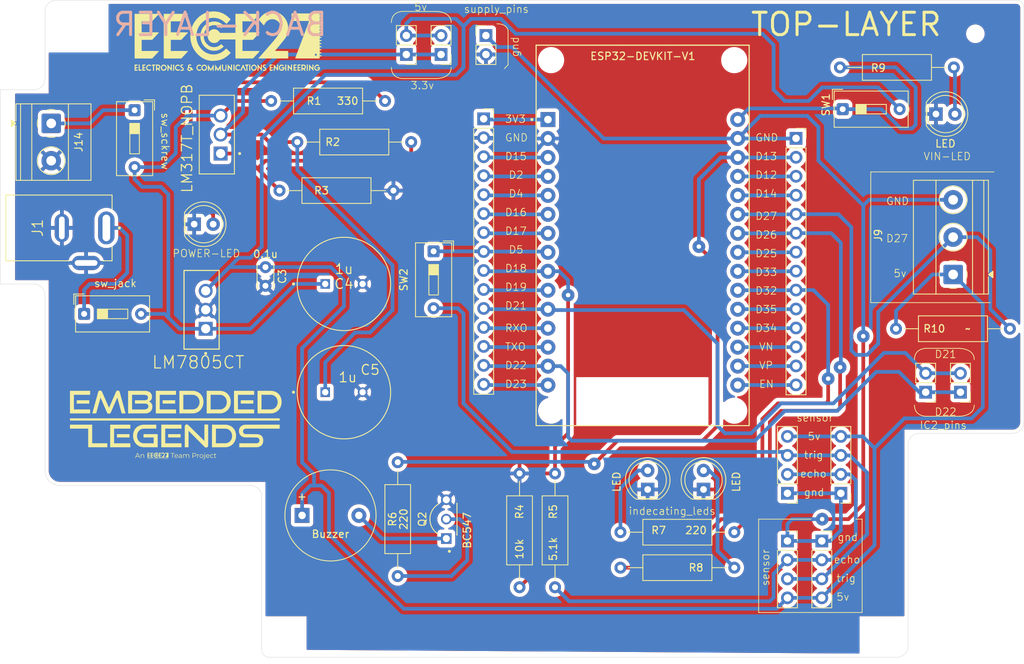
<source format=kicad_pcb>
(kicad_pcb (version 20241229) (generator "pcbnew") (generator_version "9.0")
  (layers (0 "F.Cu" signal) (2 "B.Cu" signal) (13 "F.Paste" user) (15 "B.Paste" user) (5 "F.SilkS" user "F.Silkscreen") (7 "B.SilkS" user "B.Silkscreen") (1 "F.Mask" user) (3 "B.Mask" user) (25 "Edge.Cuts" user))
  (net 0 "")
  (net 1 "5v")
  (net 2 "buz")
  (net 3 "3.3v")
  (net 4 "12v")
  (net 5 "Net-(D1-A)")
  (net 6 "D26")
  (net 7 "Net-(D2-A)")
  (net 8 "D27")
  (net 9 "EN")
  (net 10 "D14")
  (net 11 "D12")
  (net 12 "D33")
  (net 13 "D35")
  (net 14 "D32")
  (net 15 "D34")
  (net 16 "VP")
  (net 17 "D13")
  (net 18 "VN")
  (net 19 "D25")
  (net 20 "D15")
  (net 21 "D4")
  (net 22 "D23")
  (net 23 "D5")
  (net 24 "D19")
  (net 25 "3V3")
  (net 26 "D18")
  (net 27 "D17")
  (net 28 "D22")
  (net 29 "RXO")
  (net 30 "D16")
  (net 31 "D21")
  (net 32 "TXO")
  (net 33 "D2")
  (net 34 "ECHO")
  (net 35 "B")
  (net 36 "Net-(D4-A)")
  (net 37 "Net-(D3-A)")
  (net 38 "sw3")
  (net 39 "sw4")
  (net 40 "sw2")
  (net 41 "ADJ")
  (net 42 "esp_gnd_1")
  (net 43 "sw1")
  (net 44 "esp_gnd_2")
  (footprint "Connector_PinSocket_2.54mm:PinSocket_1x04_P2.54mm_Vertical" (layer "F.Cu") (at 146.85 102.92)
    (property "Reference" "J12" (hide yes))
    (property "Value" "Conn_01x04_Socket" (hide yes))
  )
  (footprint "Connector_PinHeader_2.54mm:PinHeader_1x04_P2.54mm_Vertical" (layer "F.Cu") (at 154 96.54 180)
    (property "Reference" "J6" (hide yes))
    (property "Value" "Conn_01x04" (hide yes))
  )
  (footprint "Capacitor_THT:C_Disc_D3.0mm_W2.0mm_P2.50mm" (layer "F.Cu") (at 77 66.25 -90)
    (property "Reference" "C3")
    (property "Value" "0.1u")
  )
  (footprint "LED_THT:LED_D5.0mm" (layer "F.Cu") (at 67.46 60.5)
    (property "Reference" "D1" (hide yes))
    (property "Value" "LED")
  )
  (footprint "LM7805CT_NOPB:TO254P1054X470X2600-3" (layer "F.Cu") (at 69 74.5 90)
    (property "Reference" "Q1" (hide yes))
    (property "Value" "LM7805CT")
  )
  (footprint "Resistor_THT:R_Axial_DIN0309_L9.0mm_D3.2mm_P15.24mm_Horizontal" (layer "F.Cu") (at 94.7 92.38 -90)
    (property "Reference" "R6")
    (property "Value" "220")
  )
  (footprint "LED_THT:LED_D5.0mm" (layer "F.Cu") (at 128.15 96.025 90)
    (property "Reference" "D2" (hide yes))
    (property "Value" "LED")
  )
  (footprint "Button_Switch_THT:SW_DIP_SPSTx01_Slide_9.78x4.72mm_W7.62mm_P2.54mm" (layer "F.Cu") (at 59.4875 45.2325 -90)
    (property "Reference" "SW4" (hide yes))
    (property "Value" "SW_DIP_x01" (hide yes))
  )
  (footprint "Connector_PinHeader_2.54mm:PinHeader_1x04_P2.54mm_Vertical" (layer "F.Cu") (at 146.85 96.54 180)
    (property "Reference" "J7" (hide yes))
    (property "Value" "Conn_01x04" (hide yes))
  )
  (footprint "TerminalBlock_Phoenix:TerminalBlock_Phoenix_MKDS-1,5-2_1x02_P5.00mm_Horizontal" (layer "F.Cu") (at 48.3275 47 -90)
    (property "Reference" "J14")
    (property "Value" "Screw_Terminal_01x02" (hide yes))
  )
  (footprint "Connector_PinSocket_2.54mm:PinSocket_1x14_P2.54mm_Vertical" (layer "F.Cu") (at 148 49)
    (property "Reference" "J2" (hide yes))
    (property "Value" "Conn_01x14_Socket" (hide yes))
  )
  (footprint "Resistor_THT:R_Axial_DIN0309_L9.0mm_D3.2mm_P15.24mm_Horizontal" (layer "F.Cu") (at 124.5 101.75)
    (property "Reference" "R7")
    (property "Value" "220")
  )
  (footprint "Connector_PinHeader_2.54mm:PinHeader_1x02_P2.54mm_Vertical" (layer "F.Cu") (at 165.35 83 180)
    (property "Reference" "J5" (hide yes))
    (property "Value" "Conn_01x02" (hide yes))
  )
  (footprint "LED_THT:LED_D5.0mm" (layer "F.Cu") (at 166.725 45.75)
    (property "Reference" "D4" (hide yes))
    (property "Value" "LED")
  )
  (footprint "Button_Switch_THT:SW_DIP_SPSTx01_Slide_9.78x4.72mm_W7.62mm_P2.54mm" (layer "F.Cu") (at 99.5 64.135 -90)
    (property "Reference" "SW2")
    (property "Value" "SW_DIP_x01")
  )
  (footprint "MountingHole:MountingHole_2mm" (layer "F.Cu") (at 172 35)
    (property "Reference" "REF**" (hide yes))
    (property "Value" "MountingHole_2mm")
  )
  (footprint "Resistor_THT:R_Axial_DIN0309_L9.0mm_D3.2mm_P15.24mm_Horizontal" (layer "F.Cu") (at 81.26 49.5)
    (property "Reference" "R2")
    (property "Value" "10k" (hide yes))
  )
  (footprint "Connector_PinHeader_2.54mm:PinHeader_1x02_P2.54mm_Vertical" (layer "F.Cu") (at 100.5 37.775 180)
    (property "Reference" "J10" (hide yes))
    (property "Value" "Conn_01x02" (hide yes))
  )
  (footprint "Connector_PinHeader_2.54mm:PinHeader_1x02_P2.54mm_Vertical" (layer "F.Cu") (at 95.85 37.775 180)
    (property "Reference" "J11" (hide yes))
    (property "Value" "Conn_01x02" (hide yes))
  )
  (footprint "Resistor_THT:R_Axial_DIN0309_L9.0mm_D3.2mm_P15.24mm_Horizontal" (layer "F.Cu") (at 161.38 74.5)
    (property "Reference" "R10")
    (property "Value" "~")
  )
  (footprint "478CKS010M:CAPPRD500W60D1330H2700" (layer "F.Cu") (at 87.5 83)
    (property "Reference" "C5")
    (property "Value" "1u")
  )
  (footprint "Resistor_THT:R_Axial_DIN0309_L9.0mm_D3.2mm_P15.24mm_Horizontal" (layer "F.Cu") (at 115.75 109.12 90)
    (property "Reference" "R5")
    (property "Value" "5.1k")
  )
  (footprint "Resistor_THT:R_Axial_DIN0309_L9.0mm_D3.2mm_P15.24mm_Horizontal" (layer "F.Cu") (at 78.88 56)
    (property "Reference" "R3")
    (property "Value" "16.4k" (hide yes))
  )
  (footprint "Resistor_THT:R_Axial_DIN0309_L9.0mm_D3.2mm_P15.24mm_Horizontal" (layer "F.Cu") (at 124.5 106.5)
    (property "Reference" "R8")
    (property "Value" "R")
  )
  (footprint "Connector_PinHeader_2.54mm:PinHeader_1x02_P2.54mm_Vertical" (layer "F.Cu") (at 106.5 35.235)
    (property "Reference" "J3" (hide yes))
    (property "Value" "Conn_01x02" (hide yes))
  )
  (footprint "BC547_footprint:TO92260P476H877-3" (layer "F.Cu") (at 101.2 100 90)
    (property "Reference" "Q2")
    (property "Value" "BC547")
  )
  (footprint "Connector_PinSocket_2.54mm:PinSocket_1x15_P2.54mm_Vertical" (layer "F.Cu") (at 106.2 46.385)
    (property "Reference" "J8" (hide yes))
    (property "Value" "Conn_01x15_Socket" (hide yes))
  )
  (footprint "478CKS010M:CAPPRD500W60D1330H2700" (layer "F.Cu") (at 87.5 68.5)
    (property "Reference" "C4")
    (property "Value" "1u")
  )
  (footprint "ESP32-DEVKIT-V1:MODULE_ESP32_DEVKIT_V1" (layer "F.Cu") (at 127.5 62)
    (property "Reference" "U3" (hide yes))
    (property "Value" "ESP32-DEVKIT-V1")
  )
  (footprint "dc jack foot print:MPD_EJ508A" (layer "F.Cu") (at 53 61 -90)
    (property "Reference" "J1")
    (property "Value" "EJ508A" (hide yes))
  )
  (footprint "logo:logo_demo_2" (layer "F.Cu") (at 72 36)
    (property "Reference" "G***" (hide yes))
    (property "Value" "LOGO" (hide yes))
  )
  (footprint "Connector_PinSocket_2.54mm:PinSocket_1x04_P2.54mm_Vertical" (layer "F.Cu") (at 151.45 102.92)
    (property "Reference" "J13" (hide yes))
    (property "Value" "Conn_01x04_Socket" (hide yes))
  )
  (footprint "Resistor_THT:R_Axial_DIN0309_L9.0mm_D3.2mm_P15.24mm_Horizontal" (layer "F.Cu") (at 77.76 44)
    (property "Reference" "R1")
    (property "Value" "330")
  )
  (footprint "MountingHole:MountingHole_2mm" (layer "F.Cu") (at 80 115.5)
    (property "Reference" "REF**" (hide yes))
    (property "Value" "MountingHole_2mm")
  )
  (footprint "Resistor_THT:R_Axial_DIN0309_L9.0mm_D3.2mm_P15.24mm_Horizontal" (layer "F.Cu") (at 111 109.12 90)
    (property "Reference" "R4")
    (property "Value" "10k")
  )
  (footprint "Resistor_THT:R_Axial_DIN0309_L9.0mm_D3.2mm_P15.24mm_Horizontal" (layer "F.Cu") (at 153.88 39.5)
    (property "Reference" "R9")
    (property "Value" "R")
  )
  (footprint "MountingHole:MountingHole_2mm" (layer "F.Cu") (at 53.5 35)
    (property "Reference" "REF**" (hide yes))
    (property "Value" "MountingHole_2mm")
  )
  (footprint "LED_THT:LED_D5.0mm" (layer "F.Cu") (at 135.62 96.025 90)
    (property "Reference" "D3" (hide yes))
    (property "Value" "LED")
  )
  (footprint "LM317T_NOPB:TO254P1054X470X1955-3" (layer "F.Cu") (at 71 48.5 90)
    (property "Reference" "VR1" (hide yes))
    (property "Value" "LM317T_NOPB")
  )
  (footprint "Connector_PinHeader_2.54mm:PinHeader_1x02_P2.54mm_Vertical" (layer "F.Cu") (at 170 83 180)
    (property "Reference" "J4" (hide yes))
    (property "Value" "Conn_01x02" (hide yes))
  )
  (footprint "logo:logo_demo_3" (layer "F.Cu") (at 65 87.5)
    (property "Reference" "G***" (hide yes))
    (property "Value" "LOGO" (hide yes))
  )
  (footprint "Buzzer_Beeper:Buzzer_12x9.5RM7.6" (layer "F.Cu") (at 81.9 99.5)
    (property "Reference" "BZ1" (hide yes))
    (property "Value" "Buzzer")
  )
  (footprint "Button_Switch_THT:SW_DIP_SPSTx01_Slide_9.78x4.72mm_W7.62mm_P2.54mm" (layer "F.Cu") (at 154.245 45.095)
    (property "Reference" "SW1")
    (property "Value" "SW_DIP_x01")
  )
  (footprint "Button_Switch_THT:SW_DIP_SPSTx01_Slide_9.78x4.72mm_W7.62mm_P2.54mm" (layer "F.Cu") (at 52.7325 72.5125)
    (property "Reference" "SW3" (hide yes))
    (property "Value" "SW_DIP_x01" (hide yes))
  )
  (footprint "MountingHole:MountingHole_2mm" (layer "F.Cu") (at 159 115.5)
    (property "Reference" "REF**" (hide yes))
    (property "Value" "MountingHole_2mm")
  )
  (footprint "TerminalBlock_Phoenix:TerminalBlock_Phoenix_MKDS-1,5-3_1x03_P5.00mm_Horizontal" (layer "F.Cu") (at 169.025 67.235 90)
    (property "Reference" "J9")
    (property "Value" "Screw_Terminal_01x03")
  )
  (gr_line (start 109.47 34.66) (end 109.47 39.16) (stroke (width 0.1)) (layer "F.SilkS"))
  (gr_line (start 156.85 100) (end 156 100) (stroke (width 0.1)) (layer "F.SilkS"))
  (gr_line (start 174 71) (end 158 71) (stroke (width 0.1)) (layer "F.SilkS"))
  (gr_line (start 143 100) (end 150 100) (stroke (width 0.1)) (layer "F.SilkS"))
  (gr_line (start 158 53.5) (end 174.5 53.5) (stroke (width 0.1)) (layer "F.SilkS"))
  (gr_line (start 143 100) (end 143 112.5) (stroke (width 0.1)) (layer "F.SilkS"))
  (gr_curve (pts (xy 93.85 39.5) (xy 93.85 41) (xy 95.35 41) (xy 95.35 41)) (stroke (width 0.1)) (layer "F.SilkS"))
  (gr_curve (pts (xy 108.97 39.66) (xy 109.47 39.16) (xy 109.47 39.16) (xy 109.47 39.16)) (stroke (width 0.1)) (layer "F.SilkS"))
  (gr_curve (pts (xy 101.85 39.5) (xy 101.85 41) (xy 99.85 41) (xy 99.85 41)) (stroke (width 0.1)) (layer "F.SilkS"))
  (gr_curve (pts (xy 171.85 84.725) (xy 171.85 86.225) (xy 169.85 86.225) (xy 169.85 86.225)) (stroke (width 0.1)) (layer "F.SilkS"))
  (gr_curve (pts (xy 101.85 33.5) (xy 101.85 32) (xy 99.85 32) (xy 99.85 32)) (stroke (width 0.1)) (layer "F.SilkS"))
  (gr_curve (pts (xy 163.85 84.725) (xy 163.85 86.225) (xy 165.35 86.225) (xy 165.35 86.225)) (stroke (width 0.1)) (layer "F.SilkS"))
  (gr_line (start 169.85 86.225) (end 165.35 86.225) (stroke (width 0.1)) (layer "F.SilkS"))
  (gr_curve (pts (xy 171.85 78.63) (xy 171.85 77.13) (xy 169.85 77.13) (xy 169.85 77.13)) (stroke (width 0.1)) (layer "F.SilkS"))
  (gr_line (start 158 71) (end 158 53.5) (stroke (width 0.1)) (layer "F.SilkS"))
  (gr_line (start 99.85 41) (end 95.35 41) (stroke (width 0.1)) (layer "F.SilkS"))
  (gr_line (start 169.85 77.13) (end 165.35 77.13) (stroke (width 0.1)) (layer "F.SilkS"))
  (gr_line (start 99.85 32) (end 95.35 32) (stroke (width 0.1)) (layer "F.SilkS"))
  (gr_curve (pts (xy 93.85 33.5) (xy 93.85 32) (xy 95.35 32) (xy 95.35 32)) (stroke (width 0.1)) (layer "F.SilkS"))
  (gr_curve (pts (xy 163.85 78.63) (xy 163.85 77.13) (xy 165.35 77.13) (xy 165.35 77.13)) (stroke (width 0.1)) (layer "F.SilkS"))
  (gr_line (start 143 112.5) (end 156.85 112.5) (stroke (width 0.1)) (layer "F.SilkS"))
  (gr_curve (pts (xy 107.97 33.66) (xy 109.47 33.66) (xy 109.47 34.66) (xy 109.47 34.66)) (stroke (width 0.1)) (layer "F.SilkS"))
  (gr_line (start 156.85 112.5) (end 156.85 100) (stroke (width 0.1)) (layer "F.SilkS"))
  (gr_arc (start 46 68.5) (mid 47.06066 68.93934) (end 47.5 70) (stroke (width 0.05)) (layer "Edge.Cuts"))
  (gr_arc (start 47.5 32) (mid 47.93934 30.93934) (end 49 30.5) (stroke (width 0.05)) (layer "Edge.Cuts"))
  (gr_arc (start 77.5 118.5) (mid 76.792893 118.207107) (end 76.5 117.5) (stroke (width 0.05)) (layer "Edge.Cuts"))
  (gr_line (start 76.5 114.5) (end 76.5 117.5) (stroke (width 0.05)) (layer "Edge.Cuts"))
  (gr_line (start 156.5 118.5) (end 161.5 118.5) (stroke (width 0.05)) (layer "Edge.Cuts"))
  (gr_line (start 77.5 118.5) (end 156.5 118.5) (stroke (width 0.05)) (layer "Edge.Cuts"))
  (gr_line (start 76.5 97) (end 76.5 114.5) (stroke (width 0.05)) (layer "Edge.Cuts"))
  (gr_line (start 177.5 30.5) (end 49 30.5) (stroke (width 0.05)) (layer "Edge.Cuts"))
  (gr_line (start 46 68.5) (end 41.5 68.5) (stroke (width 0.05)) (layer "Edge.Cuts"))
  (gr_arc (start 178.5 87) (mid 178.06066 88.06066) (end 177 88.5) (stroke (width 0.05)) (layer "Edge.Cuts"))
  (gr_arc (start 163 117) (mid 162.56066 118.06066) (end 161.5 118.5) (stroke (width 0.05)) (layer "Edge.Cuts"))
  (gr_line (start 49.5 95.5) (end 75 95.5) (stroke (width 0.05)) (layer "Edge.Cuts"))
  (gr_arc (start 163 90) (mid 163.43934 88.93934) (end 164.5 88.5) (stroke (width 0.05)) (layer "Edge.Cuts"))
  (gr_arc (start 47.5 41) (mid 47.06066 42.06066) (end 46 42.5) (stroke (width 0.05)) (layer "Edge.Cuts"))
  (gr_arc (start 177.5 30.5) (mid 178.207107 30.792893) (end 178.5 31.5) (stroke (width 0.05)) (layer "Edge.Cuts"))
  (gr_line (start 164.5 88.5) (end 177 88.5) (stroke (width 0.05)) (layer "Edge.Cuts"))
  (gr_line (start 163 117) (end 163 90) (stroke (width 0.05)) (layer "Edge.Cuts"))
  (gr_line (start 41.5 42.5) (end 46 42.5) (stroke (width 0.05)) (layer "Edge.Cuts"))
  (gr_line (start 178.5 87) (end 178.5 31.5) (stroke (width 0.05)) (layer "Edge.Cuts"))
  (gr_line (start 41.5 68.5) (end 41.5 42.5) (stroke (width 0.05)) (layer "Edge.Cuts"))
  (gr_line (start 47.5 41) (end 47.5 32) (stroke (width 0.05)) (layer "Edge.Cuts"))
  (gr_arc (start 49.5 95.5) (mid 48.085786 94.914214) (end 47.5 93.5) (stroke (width 0.05)) (layer "Edge.Cuts"))
  (gr_line (start 47.5 93.5) (end 47.5 70) (stroke (width 0.05)) (layer "Edge.Cuts"))
  (gr_arc (start 75 95.5) (mid 76.06066 95.93934) (end 76.5 97) (stroke (width 0.05)) (layer "Edge.Cuts"))
  (gr_text "D14" (at 142.5 57 0) (layer "F.SilkS") (effects (font (size 1 1) (thickness 0.1)) (justify left bottom)))
  (gr_text "RXO" (at 109 75 0) (layer "F.SilkS") (effects (font (size 1 1) (thickness 0.1)) (justify left bottom)))
  (gr_text "D33" (at 142.5 67.5 0) (layer "F.SilkS") (effects (font (size 1 1) (thickness 0.1)) (justify left bottom)))
  (gr_text "gnd" (at 153.5 103 0) (layer "F.SilkS") (effects (font (size 1 1) (thickness 0.1)) (justify left bottom)))
  (gr_text "D18" (at 109 67 0) (layer "F.SilkS") (effects (font (size 1 1) (thickness 0.1)) (justify left bottom)))
  (gr_text "D27" (at 160 63 0) (layer "F.SilkS") (effects (font (size 1 1) (thickness 0.1)) (justify left bottom)))
  (gr_text "D22" (at 109 80 0) (layer "F.SilkS") (effects (font (size 1 1) (thickness 0.1)) (justify left bottom)))
  (gr_text "POWER-LED" (at 64.5 65 0) (layer "F.SilkS") (effects (font (size 1 1) (thickness 0.1)) (justify left bottom)))
  (gr_text "D4" (at 109.5 57 0) (layer "F.SilkS") (effects (font (size 1 1) (thickness 0.1)) (justify left bottom)))
  (gr_text "D21" (at 166.5 78.5 0) (layer "F.SilkS") (effects (font (size 1 1) (thickness 0.1)) (justify left bottom)))
  (gr_text "gnd" (at 110.97 38.16 90) (layer "F.SilkS") (effects (font (size 1 1) (thickness 0.1)) (justify left bottom)))
  (gr_text "D35" (at 142.5 72.5 0) (layer "F.SilkS") (effects (font (size 1 1) (thickness 0.1)) (justify left bottom)))
  (gr_text "GND" (at 109 49.5 0) (layer "F.SilkS") (effects (font (size 1 1) (thickness 0.1)) (justify left bottom)))
  (gr_text "D26" (at 142.5 62.5 0) (layer "F.SilkS") (effects (font (size 1 1) (thickness 0.1)) (justify left bottom)))
  (gr_text "3.3v" (at 96.35 42.5 0) (layer "F.SilkS") (effects (font (size 1 1) (thickness 0.1)) (justify left bottom)))
  (gr_text "indecating_leds" (at 125.54 99.5 0) (layer "F.SilkS") (effects (font (size 1 1) (thickness 0.1)) (justify left bottom)))
  (gr_text "5v" (at 149.5 89.5 0) (layer "F.SilkS") (effects (font (size 1 1) (thickness 0.1)) (justify left bottom)))
  (gr_text "D21" (at 109 72 0) (layer "F.SilkS") (effects (font (size 1 1) (thickness 0.1)) (justify left bottom)))
  (gr_text "D23" (at 109 82.5 0) (layer "F.SilkS") (effects (font (size 1 1) (thickness 0.1)) (justify left bottom)))
  (gr_text "GND" (at 160 58 0) (layer "F.SilkS") (effects (font (size 1 1) (thickness 0.1)) (justify left bottom)))
  (gr_text "D34" (at 142.5 75 0) (layer "F.SilkS") (effects (font (size 1 1) (thickness 0.1)) (justify left bottom)))
  (gr_text "gnd" (at 149 97 0) (layer "F.SilkS") (effects (font (size 1 1) (thickness 0.1)) (justify left bottom)))
  (gr_text "D16" (at 109 59.5 0) (layer "F.SilkS") (effects (font (size 1 1) (thickness 0.1)) (justify left bottom)))
  (gr_text "sw_jack" (at 54 69 0) (layer "F.SilkS") (effects (font (size 1 1) (thickness 0.125)) (justify left bottom)))
  (gr_text "5v" (at 153.35 111 0) (layer "F.SilkS") (effects (font (size 1 1) (thickness 0.1)) (justify left bottom)))
  (gr_text "sw_sckrew" (at 63 45.5 270) (layer "F.SilkS") (effects (font (size 1 1) (thickness 0.125)) (justify left bottom)))
  (gr_text "D17" (at 109 62 0) (layer "F.SilkS") (effects (font (size 1 1) (thickness 0.1)) (justify left bottom)))
  (gr_text "IC2_pins" (at 164.5 88 0) (layer "F.SilkS") (effects (font (size 1 1) (thickness 0.1)) (justify left bottom)))
  (gr_text "EN" (at 143 82.5 0) (layer "F.SilkS") (effects (font (size 1 1) (thickness 0.1)) (justify left bottom)))
  (gr_text "sensor" (at 148 87 0) (layer "F.SilkS") (effects (font (size 1 1) (thickness 0.1)) (justify left bottom)))
  (gr_text "D12" (at 142.5 54.5 0) (layer "F.SilkS") (effects (font (size 1 1) (thickness 0.1)) (justify left bottom)))
  (gr_text "D13" (at 142.5 52 0) (layer "F.SilkS") (effects (font (size 1 1) (thickness 0.1)) (justify left bottom)))
  (gr_text "5v" (at 96.85 32 0) (layer "F.SilkS") (effects (font (size 1 1) (thickness 0.1)) (justify left bottom)))
  (gr_text "VIN-LED" (at 165 52 0) (layer "F.SilkS") (effects (font (size 1 1) (thickness 0.1)) (justify left bottom)))
  (gr_text "trig" (at 149 92 0) (layer "F.SilkS") (effects (font (size 1 1) (thickness 0.1)) (justify left bottom)))
  (gr_text "echo" (at 148.5 94.5 0) (layer "F.SilkS") (effects (font (size 1 1) (thickness 0.1)) (justify left bottom)))
  (gr_text "D27" (at 142.5 60 0) (layer "F.SilkS") (effects (font (size 1 1) (thickness 0.1)) (justify left bottom)))
  (gr_text "TXO" (at 109 77.5 0) (layer "F.SilkS") (effects (font (size 1 1) (thickness 0.1)) (justify left bottom)))
  (gr_text "supply_pins" (at 103.5 32.275 0) (layer "F.SilkS") (effects (font (size 1 1) (thickness 0.1)) (justify left bottom)))
  (gr_text "D15" (at 109 52 0) (layer "F.SilkS") (effects (font (size 1 1) (thickness 0.1)) (justify left bottom)))
  (gr_text "echo" (at 153 106 0) (layer "F.SilkS") (effects (font (size 1 1) (thickness 0.1)) (justify left bottom)))
  (gr_text "5v" (at 161 67.675 0) (layer "F.SilkS") (effects (font (size 1 1) (thickness 0.1)) (justify left bottom)))
  (gr_text "D2" (at 109.5 54.5 0) (layer "F.SilkS") (effects (font (size 1 1) (thickness 0.1)) (justify left bottom)))
  (gr_text "D5" (at 109.5 64.5 0) (layer "F.SilkS") (effects (font (size 1 1) (thickness 0.1)) (justify left bottom)))
  (gr_text "3V3" (at 109 47 0) (layer "F.SilkS") (effects (font (size 1 1) (thickness 0.1)) (justify left bottom)))
  (gr_text "VN" (at 143 77.5 0) (layer "F.SilkS") (effects (font (size 1 1) (thickness 0.1)) (justify left bottom)))
  (gr_text "trig" (at 153.35 108.5 0) (layer "F.SilkS") (effects (font (size 1 1) (thickness 0.1)) (justify left bottom)))
  (gr_text "D22" (at 166.5 86.225 0) (layer "F.SilkS") (effects (font (size 1 1) (thickness 0.1)) (justify left bottom)))
  (gr_text "TOP-LAYER" (at 141.73 35.5 0) (layer "F.SilkS") (effects (font (size 3 3) (thickness 0.4)) (justify left bottom)))
  (gr_text "D25" (at 142.5 65 0) (layer "F.SilkS") (effects (font (size 1 1) (thickness 0.1)) (justify left bottom)))
  (gr_text "D19" (at 109 69.5 0) (layer "F.SilkS") (effects (font (size 1 1) (thickness 0.1)) (justify left bottom)))
  (gr_text "VP" (at 143 80 0) (layer "F.SilkS") (effects (font (size 1 1) (thickness 0.1)) (justify left bottom)))
  (gr_text "GND" (at 142.5 49.5 0) (layer "F.SilkS") (effects (font (size 1 1) (thickness 0.1)) (justify left bottom)))
  (gr_text "D32" (at 142.5 70 0) (layer "F.SilkS") (effects (font (size 1 1) (thickness 0.1)) (justify left bottom)))
  (gr_text "sensor" (at 144.5 109 90) (layer "F.SilkS") (effects (font (size 1 1) (thickness 0.1)) (justify left bottom)))
  (gr_text "BACK-LAYER" (at 85.5 35.5 0) (layer "B.SilkS") (effects (font (size 3 3) (thickness 0.4)) (justify left bottom mirror)))
  (segment (start 151.5 42.1825) (end 149.6835 43.999) (width 0.5) (layer "B.Cu") (net 1))
  (segment (start 87.5 68) (end 85.75 66.25) (width 0.5) (layer "B.Cu") (net 1))
  (segment (start 96.5 33) (end 102.5 33) (width 0.5) (layer "B.Cu") (net 1))
  (segment (start 73.42 65) (end 69 69.42) (width 0.5) (layer "B.Cu") (net 1))
  (segment (start 95.5 112) (end 85.5 102) (width 0.5) (layer "B.Cu") (net 1))
  (segment (start 161.38 74.5) (end 161.38 72.12) (width 0.5) (layer "B.Cu") (net 1))
  (segment (start 85.5 102) (end 85.5 96.5) (width 0.5) (layer "B.Cu") (net 1))
  (segment (start 169.025 67.235) (end 173 71.21) (width 0.5) (layer "B.Cu") (net 1))
  (segment (start 166.265 67.235) (end 169.025 67.235) (width 0.5) (layer "B.Cu") (net 1))
  (segment (start 158.5 90.5) (end 156.92 88.92) (width 0.5) (layer "B.Cu") (net 1))
  (segment (start 145.39 112) (end 95.5 112) (width 0.5) (layer "B.Cu") (net 1))
  (segment (start 83.5 95.5) (end 83.5 94) (width 0.5) (layer "B.Cu") (net 1))
  (segment (start 143.5 35) (end 110.5 35) (width 0.5) (layer "B.Cu") (net 1))
  (segment (start 84.5 95.5) (end 83.5 95.5) (width 0.5) (layer "B.Cu") (net 1))
  (segment (start 81.9 96.6) (end 83 95.5) (width 0.5) (layer "B.Cu") (net 1))
  (segment (start 76.5 63.5) (end 75 65) (width 0.5) (layer "B.Cu") (net 1))
  (segment (start 85.75 66.25) (end 77 66.25) (width 0.5) (layer "B.Cu") (net 1))
  (segment (start 158.5 103.49) (end 158.5 90.5) (width 0.5) (layer "B.Cu") (net 1))
  (segment (start 81.9 99.5) (end 81.9 96.6) (width 0.5) (layer "B.Cu") (net 1))
  (segment (start 83.5 94) (end 81.9 92.4) (width 0.5) (layer "B.Cu") (net 1))
  (segment (start 145 36.5) (end 143.5 35) (width 0.5) (layer "B.Cu") (net 1))
  (segment (start 73.5 66.25) (end 77 66.25) (width 0.5) (layer "B.Cu") (net 1))
  (segment (start 173 85) (end 171.5 86.5) (width 0.5) (layer "B.Cu") (net 1))
  (segment (start 146.85 110.54) (end 145.39 112) (width 0.5) (layer "B.Cu") (net 1))
  (segment (start 145 42.5) (end 145 36.5) (width 0.5) (layer "B.Cu") (net 1))
  (segment (start 87.5 71.5) (end 87.5 68) (width 0.5) (layer "B.Cu") (net 1))
  (segment (start 72.17 66.25) (end 73.5 66.25) (width 0.5) (layer "B.Cu") (net 1))
  (segment (start 110.5 35) (end 108.5 33) (width 0.5) (layer "B.Cu") (net 1))
  (segment (start 103.5 39.5) (end 102.5 40.5) (width 0.5) (layer "B.Cu") (net 1))
  (segment (start 161.865 45.095) (end 158.9525 42.1825) (width 0.5) (layer "B.Cu") (net 1))
  (segment (start 162.5 86.5) (end 158.5 90.5) (width 0.5) (layer "B.Cu") (net 1))
  (segment (start 146.499 43.999) (end 145 42.5) (width 0.5) (layer "B.Cu") (net 1))
  (segment (start 69 69.42) (end 72.17 66.25) (width 0.5) (layer "B.Cu") (net 1))
  (segment (start 85.5 96.5) (end 84.5 95.5) (width 0.5) (layer "B.Cu") (net 1))
  (segment (start 158.9525 42.1825) (end 151.5 42.1825) (width 0.5) (layer "B.Cu") (net 1))
  (segment (start 156.92 88.92) (end 154 88.92) (width 0.5) (layer "B.Cu") (net 1))
  (segment (start 102.5 33) (end 103.5 34) (width 0.5) (layer "B.Cu") (net 1))
  (segment (start 100.5 35.235) (end 95.85 35.235) (width 0.5) (layer "B.Cu") (net 1))
  (segment (start 154 88.92) (end 146.85 88.92) (width 0.5) (layer "B.Cu") (net 1))
  (segment (start 83 95.5) (end 83.5 95.5) (width 0.5) (layer "B.Cu") (net 1))
  (segment (start 171.5 86.5) (end 162.5 86.5) (width 0.5) (layer "B.Cu") (net 1))
  (segment (start 149.6835 43.999) (end 146.499 43.999) (width 0.5) (layer "B.Cu") (net 1))
  (segment (start 102.5 40.5) (end 85 40.5) (width 0.5) (layer "B.Cu") (net 1))
  (segment (start 103.5 34) (end 103.5 39.5) (width 0.5) (layer "B.Cu") (net 1))
  (segment (start 85 40.5) (end 76.5 49) (width 0.5) (layer "B.Cu") (net 1))
  (segment (start 104.5 33) (end 103.5 34) (width 0.5) (layer "B.Cu") (net 1))
  (segment (start 95.85 35.235) (end 95.85 33.65) (width 0.5) (layer "B.Cu") (net 1))
  (segment (start 81.9 77.1) (end 87.5 71.5) (width 0.5) (layer "B.Cu") (net 1))
  (segment (start 76.5 49) (end 76.5 63.5) (width 0.5) (layer "B.Cu") (net 1))
  (segment (start 75 65) (end 73.42 65) (width 0.5) (layer "B.Cu") (net 1))
  (segment (start 151.45 110.54) (end 146.85 110.54) (width 0.5) (layer "B.Cu") (net 1))
  (segment (start 161.38 72.12) (end 166.265 67.235) (width 0.5) (layer "B.Cu") (net 1))
  (segment (start 108.5 33) (end 104.5 33) (width 0.5) (layer "B.Cu") (net 1))
  (segment (start 95.85 33.65) (end 96.5 33) (width 0.5) (layer "B.Cu") (net 1))
  (segment (start 151.45 110.54) (end 158.5 103.49) (width 0.5) (layer "B.Cu") (net 1))
  (segment (start 81.9 92.4) (end 81.9 77.1) (width 0.5) (layer "B.Cu") (net 1))
  (segment (start 173 71.21) (end 173 85) (width 0.5) (layer "B.Cu") (net 1))
  (segment (start 89.5 99.5) (end 92.6 102.6) (width 0.5) (layer "B.Cu") (net 2))
  (segment (start 92.6 102.6) (end 101.2 102.6) (width 0.5) (layer "B.Cu") (net 2))
  (segment (start 71 48.5) (end 76.5 48.5) (width 0.5) (layer "F.Cu") (net 3))
  (segment (start 76.5 48.5) (end 77.5 49.5) (width 0.5) (layer "F.Cu") (net 3))
  (segment (start 77.5 49.5) (end 81.26 49.5) (width 0.5) (layer "F.Cu") (net 3))
  (segment (start 85 79) (end 89 75) (width 0.5) (layer "B.Cu") (net 3))
  (segment (start 94 72) (end 94 66) (width 0.5) (layer "B.Cu") (net 3))
  (segment (start 81.26 53.26) (end 81.26 49.5) (width 0.5) (layer "B.Cu") (net 3))
  (segment (start 89 75) (end 91 75) (width 0.5) (layer "B.Cu") (net 3))
  (segment (start 95.85 37.775) (end 78.725 37.775) (width 0.5) (layer "B.Cu") (net 3))
  (segment (start 91 75) (end 94 72) (width 0.5) (layer "B.Cu") (net 3))
  (segment (start 94 66) (end 81.26 53.26) (width 0.5) (layer "B.Cu") (net 3))
  (segment (start 100.5 37.775) (end 95.85 37.775) (width 0.5) (layer "B.Cu") (net 3))
  (segment (start 74 45.5) (end 71 48.5) (width 0.5) (layer "B.Cu") (net 3))
  (segment (start 74 42.5) (end 74 45.5) (width 0.5) (layer "B.Cu") (net 3))
  (segment (start 78.725 37.775) (end 74 42.5) (width 0.5) (layer "B.Cu") (net 3))
  (segment (start 85 83) (end 85 79) (width 0.5) (layer "B.Cu") (net 3))
  (segment (start 71 45.96) (end 72.96 44) (width 0.5) (layer "F.Cu") (net 4))
  (segment (start 72.96 44) (end 77.76 44) (width 0.5) (layer "F.Cu") (net 4))
  (segment (start 64 73) (end 65.5 74.5) (width 0.5) (layer "B.Cu") (net 4))
  (segment (start 60.5 55.5) (end 63 55.5) (width 0.5) (layer "B.Cu") (net 4))
  (segment (start 65 47.5) (end 66.54 45.96) (width 0.5) (layer "B.Cu") (net 4))
  (segment (start 59.4875 52.8525) (end 59.4875 54.4875) (width 0.5) (layer "B.Cu") (net 4))
  (segment (start 63.1475 52.8525) (end 65 51) (width 0.5) (layer "B.Cu") (net 4))
  (segment (start 81 68.5) (end 85 68.5) (width 0.5) (layer "B.Cu") (net 4))
  (segment (start 65 51) (end 65 47.5) (width 0.5) (layer "B.Cu") (net 4))
  (segment (start 59.4875 52.8525) (end 63.1475 52.8525) (width 0.5) (layer "B.Cu") (net 4))
  (segment (start 60.3525 72.5125) (end 63.5125 72.5125) (width 0.5) (layer "B.Cu") (net 4))
  (segment (start 66.54 45.96) (end 71 45.96) (width 0.5) (layer "B.Cu") (net 4))
  (segment (start 75 74.5) (end 81 68.5) (width 0.5) (layer "B.Cu") (net 4))
  (segment (start 63.5125 72.5125) (end 64 73) (width 0.5) (layer "B.Cu") (net 4))
  (segment (start 63 55.5) (end 64 56.5) (width 0.5) (layer "B.Cu") (net 4))
  (segment (start 64 56.5) (end 64 73) (width 0.5) (layer "B.Cu") (net 4))
  (segment (start 59.4875 54.4875) (end 60.5 55.5) (width 0.5) (layer "B.Cu") (net 4))
  (segment (start 65.5 74.5) (end 69 74.5) (width 0.5) (layer "B.Cu") (net 4))
  (segment (start 69 74.5) (end 75 74.5) (width 0.5) (layer "B.Cu") (net 4))
  (segment (start 67 43) (end 68.5 41.5) (width 0.5) (layer "F.Cu") (net 5))
  (segment (start 70 60.5) (end 70 59.227208) (width 0.5) (layer "F.Cu") (net 5))
  (segment (start 68.349 58.849) (end 67 57.5) (width 0.5) (layer "F.Cu") (net 5))
  (segment (start 67 57.5) (end 67 43) (width 0.5) (layer "F.Cu") (net 5))
  (segment (start 68.5 41.5) (end 90.5 41.5) (width 0.5) (layer "F.Cu") (net 5))
  (segment (start 90.5 41.5) (end 93 44) (width 0.5) (layer "F.Cu") (net 5))
  (segment (start 70 59.227208) (end 69.621792 58.849) (width 0.5) (layer "F.Cu") (net 5))
  (segment (start 69.621792 58.849) (end 68.349 58.849) (width 0.5) (layer "F.Cu") (net 5))
  (segment (start 153.5 85.5) (end 153.900142 85.099858) (width 0.5) (layer "F.Cu") (net 6))
  (segment (start 145.5 86) (end 146 85.5) (width 0.5) (layer "F.Cu") (net 6))
  (segment (start 144.5 96.99) (end 144.5 96.5) (width 0.5) (layer "F.Cu") (net 6))
  (segment (start 146 85.5) (end 153.5 85.5) (width 0.5) (layer "F.Cu") (net 6))
  (segment (start 144.5 96.5) (end 144.5 87) (width 0.5) (layer "F.Cu") (net 6))
  (segment (start 153.900142 85.099858) (end 153.900142 79.656206) (width 0.5) (layer "F.Cu") (net 6))
  (segment (start 139.74 101.75) (end 144.5 96.99) (width 0.5) (layer "F.Cu") (net 6))
  (segment (start 144.5 87) (end 145.5 86) (width 0.5) (layer "F.Cu") (net 6))
  (via (at 153.900142 79.656206) (size 1.7) (drill 0.6) (layers "F.Cu" "B.Cu") (net 6))
  (segment (start 147.975 61.725) (end 148 61.7) (width 0.5) (layer "B.Cu") (net 6))
  (segment (start 154 63) (end 152.7 61.7) (width 0.5) (layer "B.Cu") (net 6))
  (segment (start 154 79.556348) (end 154 63) (width 0.5) (layer "B.Cu") (net 6))
  (segment (start 140.2 61.725) (end 147.975 61.725) (width 0.5) (layer "B.Cu") (net 6))
  (segment (start 152.7 61.7) (end 148 61.7) (width 0.5) (layer "B.Cu") (net 6))
  (segment (start 153.900142 79.656206) (end 154 79.556348) (width 0.5) (layer "B.Cu") (net 6))
  (segment (start 128.15 93.485) (end 126.877208 93.485) (width 0.5) (layer "B.Cu") (net 7))
  (segment (start 126.877208 93.485) (end 124.5 95.862208) (width 0.5) (layer "B.Cu") (net 7))
  (segment (start 124.5 95.862208) (end 124.5 101.75) (width 0.5) (layer "B.Cu") (net 7))
  (segment (start 153.66 59.16) (end 148 59.16) (width 0.5) (layer "B.Cu") (net 8))
  (segment (start 172.235 62.235) (end 169.025 62.235) (width 0.5) (layer "B.Cu") (net 8))
  (segment (start 155.399 77.399) (end 155.399 60.899) (width 0.5) (layer "B.Cu") (net 8))
  (segment (start 155.399 60.899) (end 153.66 59.16) (width 0.5) (layer "B.Cu") (net 8))
  (segment (start 157.5 78) (end 156 78) (width 0.5) (layer "B.Cu") (net 8))
  (segment (start 174 64) (end 172.235 62.235) (width 0.5) (layer "B.Cu") (net 8))
  (segment (start 147.975 59.185) (end 148 59.16) (width 0.5) (layer "B.Cu") (net 8))
  (segment (start 159 72.26) (end 159 76.5) (width 0.5) (layer "B.Cu") (net 8))
  (segment (start 169.025 62.235) (end 159 72.26) (width 0.5) (layer "B.Cu") (net 8))
  (segment (start 156 78) (end 155.399 77.399) (width 0.5) (layer "B.Cu") (net 8))
  (segment (start 140.2 59.185) (end 147.975 59.185) (width 0.5) (layer "B.Cu") (net 8))
  (segment (start 159 76.5) (end 157.5 78) (width 0.5) (layer "B.Cu") (net 8))
  (segment (start 176.62 74.5) (end 174 71.88) (width 0.5) (layer "B.Cu") (net 8))
  (segment (start 174 71.88) (end 174 64) (width 0.5) (layer "B.Cu") (net 8))
  (segment (start 147.975 82.045) (end 148 82.02) (width 0.5) (layer "B.Cu") (net 9))
  (segment (start 140.2 82.045) (end 147.975 82.045) (width 0.5) (layer "B.Cu") (net 9))
  (segment (start 140.2 56.645) (end 147.975 56.645) (width 0.5) (layer "B.Cu") (net 10))
  (segment (start 147.975 56.645) (end 148 56.62) (width 0.5) (layer "B.Cu") (net 10))
  (segment (start 140.2 54.105) (end 147.975 54.105) (width 0.5) (layer "B.Cu") (net 11))
  (segment (start 147.975 54.105) (end 148 54.08) (width 0.5) (layer "B.Cu") (net 11))
  (segment (start 147.975 66.805) (end 148 66.78) (width 0.5) (layer "B.Cu") (net 12))
  (segment (start 140.2 66.805) (end 147.975 66.805) (width 0.5) (layer "B.Cu") (net 12))
  (segment (start 140.2 71.885) (end 147.975 71.885) (width 0.5) (layer "B.Cu") (net 13))
  (segment (start 147.975 71.885) (end 148 71.86) (width 0.5) (layer "B.Cu") (net 13))
  (segment (start 140 100) (end 140.5 99.5) (width 0.5) (layer "F.Cu") (net 14))
  (segment (start 143.499 96.501) (end 143.499 87) (width 0.5) (layer "F.Cu") (net 14))
  (segment (start 138 100) (end 140 100) (width 0.5) (layer "F.Cu") (net 14))
  (segment (start 131.5 106.5) (end 138 100) (width 0.5) (layer "F.Cu") (net 14))
  (segment (start 143.499 87) (end 143.499 86.585372) (width 0.5) (layer "F.Cu") (net 14))
  (segment (start 124.5 106.5) (end 131.5 106.5) (width 0.5) (layer "F.Cu") (net 14))
  (segment (start 152 84.5) (end 152.300142 84.199858) (width 0.5) (layer "F.Cu") (net 14))
  (segment (start 140.5 99.5) (end 143.499 96.501) (width 0.5) (layer "F.Cu") (net 14))
  (segment (start 152.300142 84.199858) (end 152.300142 81.179576) (width 0.5) (layer "F.Cu") (net 14))
  (segment (start 145.542186 84.542186) (end 145.584372 84.5) (width 0.5) (layer "F.Cu") (net 14))
  (segment (start 143.499 86.585372) (end 145.542186 84.542186) (width 0.5) (layer "F.Cu") (net 14))
  (segment (start 145.584372 84.5) (end 152 84.5) (width 0.5) (layer "F.Cu") (net 14))
  (via (at 152.300142 81.179576) (size 1.7) (drill 0.6) (layers "F.Cu" "B.Cu") (net 14))
  (segment (start 152.300142 81.179576) (end 152.300142 71.300142) (width 0.5) (layer "B.Cu") (net 14))
  (segment (start 140.2 69.345) (end 147.975 69.345) (width 0.5) (layer "B.Cu") (net 14))
  (segment (start 147.975 69.345) (end 148 69.32) (width 0.5) (layer "B.Cu") (net 14))
  (segment (start 150.32 69.32) (end 148 69.32) (width 0.5) (layer "B.Cu") (net 14))
  (segment (start 152.300142 71.300142) (end 150.32 69.32) (width 0.5) (layer "B.Cu") (net 14))
  (segment (start 147.975 74.425) (end 148 74.4) (width 0.5) (layer "B.Cu") (net 15))
  (segment (start 140.2 74.425) (end 147.975 74.425) (width 0.5) (layer "B.Cu") (net 15))
  (segment (start 147.975 79.505) (end 148 79.48) (width 0.5) (layer "B.Cu") (net 16))
  (segment (start 140.2 79.505) (end 147.975 79.505) (width 0.5) (layer "B.Cu") (net 16))
  (segment (start 124.1 89.5) (end 135.5 89.5) (width 0.5) (layer "F.Cu") (net 17))
  (segment (start 137.5 87.5) (end 137.5 66) (width 0.5) (layer "F.Cu") (net 17))
  (segment (start 137.5 66) (end 135 63.5) (width 0.5) (layer "F.Cu") (net 17))
  (segment (start 121 92.6) (end 124.1 89.5) (width 0.5) (layer "F.Cu") (net 17))
  (segment (start 135.5 89.5) (end 137.5 87.5) (width 0.5) (layer "F.Cu") (net 17))
  (via (at 121 92.6) (size 1.7) (drill 0.6) (layers "F.Cu" "B.Cu") (net 17))
  (via (at 135 63.5) (size 1.7) (drill 0.6) (layers "F.Cu" "B.Cu") (net 17))
  (segment (start 120.729 92.329) (end 121 92.6) (width 0.5) (layer "B.Cu") (net 17))
  (segment (start 135 63.5) (end 135 54.5) (width 0.5) (layer "B.Cu") (net 17))
  (segment (start 94.7 92.38) (end 94.751 92.329) (width 0.5) (layer "B.Cu") (net 17))
  (segment (start 147.975 51.565) (end 148 51.54) (width 0.5) (layer "B.Cu") (net 17))
  (segment (start 140.2 51.565) (end 147.975 51.565) (width 0.5) (layer "B.Cu") (net 17))
  (segment (start 137.935 51.565) (end 140.2 51.565) (width 0.5) (layer "B.Cu") (net 17))
  (segment (start 135 54.5) (end 137.935 51.565) (width 0.5) (layer "B.Cu") (net 17))
  (segment (start 94.751 92.329) (end 120.729 92.329) (width 0.5) (layer "B.Cu") (net 17))
  (segment (start 147.975 76.965) (end 148 76.94) (width 0.5) (layer "B.Cu") (net 18))
  (segment (start 140.2 76.965) (end 147.975 76.965) (width 0.5) (layer "B.Cu") (net 18))
  (segment (start 140.2 64.265) (end 147.975 64.265) (width 0.5) (layer "B.Cu") (net 19))
  (segment (start 147.975 64.265) (end 148 64.24) (width 0.5) (layer "B.Cu") (net 19))
  (segment (start 114.8 51.565) (end 106.3 51.565) (width 0.5) (layer "B.Cu") (net 20))
  (segment (start 106.3 51.565) (end 106.2 51.465) (width 0.5) (layer "B.Cu") (net 20))
  (segment (start 114.8 56.645) (end 106.3 56.645) (width 0.5) (layer "B.Cu") (net 21))
  (segment (start 106.3 56.645) (end 106.2 56.545) (width 0.5) (layer "B.Cu") (net 21))
  (segment (start 106.3 82.045) (end 106.2 81.945) (width 0.5) (layer "B.Cu") (net 22))
  (segment (start 114.8 82.045) (end 106.3 82.045) (width 0.5) (layer "B.Cu") (net 22))
  (segment (start 157.5 93.757919) (end 155.202081 91.46) (width 0.5) (layer "B.Cu") (net 23))
  (segment (start 155.202081 91.46) (end 154 91.46) (width 0.5) (layer "B.Cu") (net 23))
  (segment (start 151.45 108) (end 151.527709 108) (width 0.5) (layer "B.Cu") (net 23))
  (segment (start 103.5 84.5) (end 110 91) (width 0.5) (layer "B.Cu") (net 23))
  (segment (start 110 91) (end 146.39 91) (width 0.5) (layer "B.Cu") (net 23))
  (segment (start 151.527709 108) (end 157.5 102.027709) (width 0.5) (layer "B.Cu") (net 23))
  (segment (start 99.5 71.755) (end 102.755 71.755) (width 0.5) (layer "B.Cu") (net 23))
  (segment (start 157.5 102.027709) (end 157.5 93.757919) (width 0.5) (layer "B.Cu") (net 23))
  (segment (start 151.45 108) (end 146.85 108) (width 0.5) (layer "B.Cu") (net 23))
  (segment (start 154 91.46) (end 146.85 91.46) (width 0.5) (layer "B.Cu") (net 23))
  (segment (start 102.755 71.755) (end 103.5 72.5) (width 0.5) (layer "B.Cu") (net 23))
  (segment (start 103.5 72.5) (end 103.5 84.5) (width 0.5) (layer "B.Cu") (net 23))
  (segment (start 146.39 91) (end 146.85 91.46) (width 0.5) (layer "B.Cu") (net 23))
  (segment (start 114.8 69.345) (end 106.3 69.345) (width 0.5) (layer "B.Cu") (net 24))
  (segment (start 106.3 69.345) (end 106.2 69.245) (width 0.5) (layer "B.Cu") (net 24))
  (segment (start 114.8 46.485) (end 106.3 46.485) (width 0.5) (layer "B.Cu") (net 25))
  (segment (start 106.3 46.485) (end 106.2 46.385) (width 0.5) (layer "B.Cu") (net 25))
  (segment (start 117.5 88.5) (end 117.5 70) (width 0.5) (layer "F.Cu") (net 26))
  (segment (start 114.12 93.88) (end 115.75 93.88) (width 0.5) (layer "F.Cu") (net 26))
  (segment (start 111 109.12) (end 113.5 106.62) (width 0.5) (layer "F.Cu") (net 26))
  (segment (start 115.75 93.88) (end 115.75 90.25) (width 0.5) (layer "F.Cu") (net 26))
  (segment (start 113.5 94.5) (end 114.12 93.88) (width 0.5) (layer "F.Cu") (net 26))
  (segment (start 113.5 106.62) (end 113.5 94.5) (width 0.5) (layer "F.Cu") (net 26))
  (segment (start 115.75 90.25) (end 117.5 88.5) (width 0.5) (layer "F.Cu") (net 26))
  (via (at 117.5 70) (size 1.7) (drill 0.6) (layers "F.Cu" "B.Cu") (net 26))
  (segment (start 117.5 70) (end 117.5 68) (width 0.5) (layer "B.Cu") (net 26))
  (segment (start 116.305 66.805) (end 114.8 66.805) (width 0.5) (layer "B.Cu") (net 26))
  (segment (start 117.5 68) (end 116.305 66.805) (width 0.5) (layer "B.Cu") (net 26))
  (segment (start 114.8 66.805) (end 106.3 66.805) (width 0.5) (layer "B.Cu") (net 26))
  (segment (start 106.3 66.805) (end 106.2 66.705) (width 0.5) (layer "B.Cu") (net 26))
  (segment (start 114.8 61.725) (end 106.3 61.725) (width 0.5) (layer "B.Cu") (net 27))
  (segment (start 106.3 61.725) (end 106.2 61.625) (width 0.5) (layer "B.Cu") (net 27))
  (segment (start 118.001 89.501) (end 142.499 89.501) (width 0.5) (layer "B.Cu") (net 28))
  (segment (start 116.5 79.5) (end 117.5 80.5) (width 0.5) (layer "B.Cu") (net 28))
  (segment (start 158.725 80.275) (end 161.775 80.275) (width 0.5) (layer "B.Cu") (net 28))
  (segment (start 165.35 83) (end 170 83) (width 0.5) (layer "B.Cu") (net 28))
  (segment (start 142.499 89.501) (end 146.5 85.5) (width 0.5) (layer "B.Cu") (net 28))
  (segment (start 161.775 80.275) (end 164.5 83) (width 0.5) (layer "B.Cu") (net 28))
  (segment (start 153.5 85.5) (end 158.725 80.275) (width 0.5) (layer "B.Cu") (net 28))
  (segment (start 106.3 79.505) (end 106.2 79.405) (width 0.5) (layer "B.Cu") (net 28))
  (segment (start 117.5 80.5) (end 117.5 89) (width 0.5) (layer "B.Cu") (net 28))
  (segment (start 114.8 79.505) (end 116.495 79.505) (width 0.5) (layer "B.Cu") (net 28))
  (segment (start 164.5 83) (end 165.35 83) (width 0.5) (layer "B.Cu") (net 28))
  (segment (start 146.5 85.5) (end 153.5 85.5) (width 0.5) (layer "B.Cu") (net 28))
  (segment (start 117.5 89) (end 118.001 89.501) (width 0.5) (layer "B.Cu") (net 28))
  (segment (start 116.495 79.505) (end 116.5 79.5) (width 0.5) (layer "B.Cu") (net 28))
  (segment (start 114.8 79.505) (end 106.3 79.505) (width 0.5) (layer "B.Cu") (net 28))
  (segment (start 106.3 74.425) (end 106.2 74.325) (width 0.5) (layer "B.Cu") (net 29))
  (segment (start 114.8 74.425) (end 106.3 74.425) (width 0.5) (layer "B.Cu") (net 29))
  (segment (start 114.8 59.185) (end 106.3 59.185) (width 0.5) (layer "B.Cu") (net 30))
  (segment (start 106.3 59.185) (end 106.2 59.085) (width 0.5) (layer "B.Cu") (net 30))
  (segment (start 137.5 87.5) (end 137.5 76.5) (width 0.5) (layer "B.Cu") (net 31))
  (segment (start 114.915 72) (end 114.8 71.885) (width 0.5) (layer "B.Cu") (net 31))
  (segment (start 133 72) (end 114.915 72) (width 0.5) (layer "B.Cu") (net 31))
  (segment (start 146 84.5) (end 142 88.5) (width 0.5) (layer "B.Cu") (net 31))
  (segment (start 165.35 80.46) (end 170 80.46) (width 0.5) (layer "B.Cu") (net 31))
  (segment (start 138.5 88.5) (end 137.5 87.5) (width 0.5) (layer "B.Cu") (net 31))
  (segment (start 106.3 71.885) (end 106.2 71.785) (width 0.5) (layer "B.Cu") (net 31))
  (segment (start 142 88.5) (end 138.5 88.5) (width 0.5) (layer "B.Cu") (net 31))
  (segment (start 114.8 71.885) (end 106.3 71.885) (width 0.5) (layer "B.Cu") (net 31))
  (segment (start 153 84.5) (end 146 84.5) (width 0.5) (layer "B.Cu") (net 31))
  (segment (start 159.765 77.735) (end 153 84.5) (width 0.5) (layer "B.Cu") (net 31))
  (segment (start 162.625 77.735) (end 159.765 77.735) (width 0.5) (layer "B.Cu") (net 31))
  (segment (start 137.5 76.5) (end 133 72) (width 0.5) (layer "B.Cu") (net 31))
  (segment (start 165.35 80.46) (end 162.625 77.735) (width 0.5) (layer "B.Cu") (net 31))
  (segment (start 106.3 76.965) (end 106.2 76.865) (width 0.5) (layer "B.Cu") (net 32))
  (segment (start 114.8 76.965) (end 106.3 76.965) (width 0.5) (layer "B.Cu") (net 32))
  (segment (start 114.8 54.105) (end 106.3 54.105) (width 0.5) (layer "B.Cu") (net 33))
  (segment (start 106.3 54.105) (end 106.2 54.005) (width 0.5) (layer "B.Cu") (net 33))
  (segment (start 156 102.112081) (end 156 94.797919) (width 0.5) (layer "B.Cu") (net 34))
  (segment (start 156 94.797919) (end 155.202081 94) (width 0.5) (layer "B.Cu") (net 34))
  (segment (start 155.202081 94) (end 154 94) (width 0.5) (layer "B.Cu") (net 34))
  (segment (start 145 110.5) (end 145 107.31) (width 0.5) (layer "B.Cu") (net 34))
  (segment (start 144.501 110.999) (end 145 110.5) (width 0.5) (layer "B.Cu") (net 34))
  (segment (start 115.75 109.12) (end 117.629 110.999) (width 0.5) (layer "B.Cu") (net 34))
  (segment (start 145 107.31) (end 146.85 105.46) (width 0.5) (layer "B.Cu") (net 34))
  (segment (start 152.652081 105.46) (end 156 102.112081) (width 0.5) (layer "B.Cu") (net 34))
  (segment (start 151.45 105.46) (end 146.85 105.46) (width 0.5) (layer "B.Cu") (net 34))
  (segment (start 154 94) (end 146.85 94) (width 0.5) (layer "B.Cu") (net 34))
  (segment (start 151.45 105.46) (end 152.652081 105.46) (width 0.5) (layer "B.Cu") (net 34))
  (segment (start 117.629 110.999) (end 144.501 110.999) (width 0.5) (layer "B.Cu") (net 34))
  (segment (start 101.2 100) (end 103 100) (width 0.5) (layer "B.Cu") (net 35))
  (segment (start 104 105.5) (end 101.88 107.62) (width 0.5) (layer "B.Cu") (net 35))
  (segment (start 101.88 107.62) (end 94.7 107.62) (width 0.5) (layer "B.Cu") (net 35))
  (segment (start 104 101) (end 104 105.5) (width 0.5) (layer "B.Cu") (net 35))
  (segment (start 103 100) (end 104 101) (width 0.5) (layer "B.Cu") (net 35))
  (segment (start 169.265 45.75) (end 169.265 39.645) (width 0.5) (layer "B.Cu") (net 36))
  (segment (start 169.265 39.645) (end 169.12 39.5) (width 0.5) (layer "B.Cu") (net 36))
  (segment (start 136.382 93.485) (end 137.5 94.603) (width 0.5) (layer "B.Cu") (net 37))
  (segment (start 137.5 94.603) (end 137.5 104.26) (width 0.5) (layer "B.Cu") (net 37))
  (segment (start 135.62 93.485) (end 136.382 93.485) (width 0.5) (layer "B.Cu") (net 37))
  (segment (start 137.5 104.26) (end 139.74 106.5) (width 0.5) (layer "B.Cu") (net 37))
  (segment (start 58.5 67) (end 57 68.5) (width 0.5) (layer "B.Cu") (net 38))
  (segment (start 52.7325 69.2675) (end 52.7325 72.5125) (width 0.5) (layer "B.Cu") (net 38))
  (segment (start 57 68.5) (end 53.5 68.5) (width 0.5) (layer "B.Cu") (net 38))
  (segment (start 57.5 61) (end 58.5 62) (width 0.5) (layer "B.Cu") (net 38))
  (segment (start 55.705 61) (end 57.5 61) (width 0.5) (layer "B.Cu") (net 38))
  (segment (start 58.5 62) (end 58.5 67) (width 0.5) (layer "B.Cu") (net 38))
  (segment (start 53.5 68.5) (end 52.7325 69.2675) (width 0.5) (layer "B.Cu") (net 38))
  (segment (start 53.5 47) (end 55.2675 45.2325) (width 0.5) (layer "B.Cu") (net 39))
  (segment (start 48.3275 47) (end 53.5 47) (width 0.5) (layer "B.Cu") (net 39))
  (segment (start 55.2675 45.2325) (end 59.4875 45.2325) (width 0.5) (layer "B.Cu") (net 39))
  (segment (start 106.2 64.165) (end 114.7 64.165) (width 0.5) (layer "B.Cu") (net 40))
  (segment (start 106.17 64.135) (end 106.2 64.165) (width 0.5) (layer "B.Cu") (net 40))
  (segment (start 114.7 64.165) (end 114.8 64.265) (width 0.5) (layer "B.Cu") (net 40))
  (segment (start 99.5 64.135) (end 106.17 64.135) (width 0.5) (layer "B.Cu") (net 40))
  (segment (start 95.5 52) (end 77 52) (width 0.5) (layer "F.Cu") (net 41))
  (segment (start 73.92 51.04) (end 75.94 53.06) (width 0.5) (layer "F.Cu") (net 41))
  (segment (start 75.94 53.06) (end 78.88 56) (width 0.5) (layer "F.Cu") (net 41))
  (segment (start 96.5 51) (end 95.5 52) (width 0.5) (layer "F.Cu") (net 41))
  (segment (start 96.5 49.5) (end 96.5 51) (width 0.5) (layer "F.Cu") (net 41))
  (segment (start 77 52) (end 75.94 53.06) (width 0.5) (layer "F.Cu") (net 41))
  (segment (start 71 51.04) (end 73.92 51.04) (width 0.5) (layer "F.Cu") (net 41))
  (segment (start 155 100) (end 151.5 100) (width 0.5) (layer "F.Cu") (net 42))
  (segment (start 157 75.5) (end 157 98) (width 0.5) (layer "F.Cu") (net 42))
  (segment (start 157 98) (end 155 100) (width 0.5) (layer "F.Cu") (net 42))
  (via (at 151.5 100) (size 1.7) (drill 0.6) (layers "F.Cu" "B.Cu") (net 42))
  (via (at 157 75.5) (size 1.7) (drill 0.6) (layers "F.Cu" "B.Cu") (net 42))
  (segment (start 154 101.5) (end 154 96.54) (width 0.5) (layer "B.Cu") (net 42))
  (segment (start 169.025 57.235) (end 157.765 57.235) (width 0.5) (layer "B.Cu") (net 42))
  (segment (start 147.5 100) (end 151.5 100) (width 0.5) (layer "B.Cu") (net 42))
  (segment (start 147.975 49.025) (end 148 49) (width 0.5) (layer "B.Cu") (net 42))
  (segment (start 154 96.54) (end 146.85 96.54) (width 0.5) (layer "B.Cu") (net 42))
  (segment (start 106.5 35.235) (end 108.039 36.774) (width 0.5) (layer "B.Cu") (net 42))
  (segment (start 146.85 102.92) (end 146.85 100.65) (width 0.5) (layer "B.Cu") (net 42))
  (segment (start 146.85 100.65) (end 147.5 100) (width 0.5) (layer "B.Cu") (net 42))
  (segment (start 140.2 49.025) (end 147.975 49.025) (width 0.5) (layer "B.Cu") (net 42))
  (segment (start 157 75.5) (end 157 58) (width 0.5) (layer "B.Cu") (net 42))
  (segment (start 157.765 57.235) (end 157 58) (width 0.5) (layer "B.Cu") (net 42))
  (segment (start 143.225 46) (end 140.2 49.025) (width 0.5) (layer "B.Cu") (net 42))
  (segment (start 152.58 102.92) (end 154 101.5) (width 0.5) (layer "B.Cu") (net 42))
  (segment (start 151.45 102.92) (end 152.58 102.92) (width 0.5) (layer "B.Cu") (net 42))
  (segment (start 151 52) (end 151 47.5) (width 0.5) (layer "B.Cu") (net 42))
  (segment (start 110.006628 36.774) (end 122.257628 49.025) (width 0.5) (layer "B.Cu") (net 42))
  (segment (start 122.257628 49.025) (end 140.2 49.025) (width 0.5) (layer "B.Cu") (net 42))
  (segment (start 157 58) (end 151 52) (width 0.5) (layer "B.Cu") (net 42))
  (segment (start 108.039 36.774) (end 110.006628 36.774) (width 0.5) (layer "B.Cu") (net 42))
  (segment (start 151.45 102.92) (end 146.85 102.92) (width 0.5) (layer "B.Cu") (net 42))
  (segment (start 149.5 46) (end 143.225 46) (width 0.5) (layer "B.Cu") (net 42))
  (segment (start 151 47.5) (end 149.5 46) (width 0.5) (layer "B.Cu") (net 42))
  (segment (start 141.685 45) (end 140.2 46.485) (width 0.5) (layer "B.Cu") (net 43))
  (segment (start 159.425 45.095) (end 162.0125 47.6825) (width 0.5) (layer "B.Cu") (net 43))
  (segment (start 162.0125 47.6825) (end 163.5125 47.6825) (width 0.5) (layer "B.Cu") (net 43))
  (segment (start 163.5125 47.6825) (end 164.0125 47.1825) (width 0.5) (layer "B.Cu") (net 43))
  (segment (start 154.15 45) (end 141.685 45) (width 0.5) (layer "B.Cu") (net 43))
  (segment (start 154.245 45.095) (end 154.15 45) (width 0.5) (layer "B.Cu") (net 43))
  (segment (start 164.0125 47.1825) (end 164.0125 42.1825) (width 0.5) (layer "B.Cu") (net 43))
  (segment (start 154.245 45.095) (end 159.425 45.095) (width 0.5) (layer "B.Cu") (net 43))
  (segment (start 164.0125 42.1825) (end 161.33 39.5) (width 0.5) (layer "B.Cu") (net 43))
  (segment (start 161.33 39.5) (end 153.88 39.5) (width 0.5) (layer "B.Cu") (net 43))
  (segment (start 116.475 49.025) (end 114.8 49.025) (width 0.5) (layer "B.Cu") (net 44))
  (segment (start 117 45.183) (end 117 48.5) (width 0.5) (layer "B.Cu") (net 44))
  (segment (start 114.8 49.025) (end 106.3 49.025) (width 0.5) (layer "B.Cu") (net 44))
  (segment (start 106.3 49.025) (end 106.2 48.925) (width 0.5) (layer "B.Cu") (net 44))
  (segment (start 106.5 37.775) (end 109.592 37.775) (width 0.5) (layer "B.Cu") (net 44))
  (segment (start 109.592 37.775) (end 117 45.183) (width 0.5) (layer "B.Cu") (net 44))
  (segment (start 117 48.5) (end 116.475 49.025) (width 0.5) (layer "B.Cu") (net 44))
  (zone (net 44) (net_name "esp_gnd_2") (layers "F.Cu" "B.Cu") (connect_pads (clearance 0.5)) (min_thickness 0.25) (fill yes (thermal_gap 0.5) (thermal_bridge_width 0.5))
    (polygon (pts (xy 48 43) (xy 48 37.5) (xy 56 37.5) (xy 56 31) (xy 178 31) (xy 178 88) (xy 162.5 88) (xy 162.5 113) (xy 156.5 113) (xy 156.5 118) (xy 82.5 117.5) (xy 82.5 113) (xy 77 113) (xy 77 95) (xy 48.5 95) (xy 48 94.5) (xy 48 68) (xy 43.5 68) (xy 43.5 43)))
  )
)
</source>
